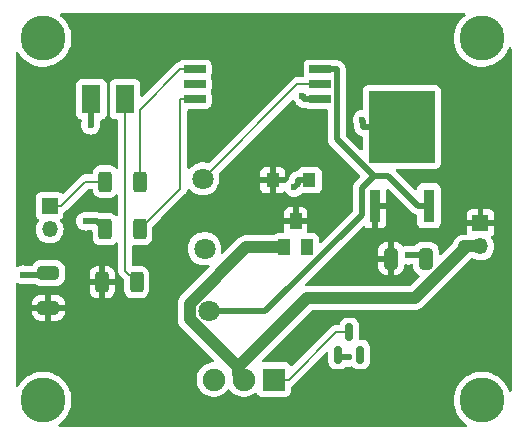
<source format=gbr>
%TF.GenerationSoftware,KiCad,Pcbnew,8.0.1*%
%TF.CreationDate,2024-11-30T20:12:54+00:00*%
%TF.ProjectId,Heating Element,48656174-696e-4672-9045-6c656d656e74,1*%
%TF.SameCoordinates,Original*%
%TF.FileFunction,Copper,L1,Top*%
%TF.FilePolarity,Positive*%
%FSLAX46Y46*%
G04 Gerber Fmt 4.6, Leading zero omitted, Abs format (unit mm)*
G04 Created by KiCad (PCBNEW 8.0.1) date 2024-11-30 20:12:54*
%MOMM*%
%LPD*%
G01*
G04 APERTURE LIST*
G04 Aperture macros list*
%AMRoundRect*
0 Rectangle with rounded corners*
0 $1 Rounding radius*
0 $2 $3 $4 $5 $6 $7 $8 $9 X,Y pos of 4 corners*
0 Add a 4 corners polygon primitive as box body*
4,1,4,$2,$3,$4,$5,$6,$7,$8,$9,$2,$3,0*
0 Add four circle primitives for the rounded corners*
1,1,$1+$1,$2,$3*
1,1,$1+$1,$4,$5*
1,1,$1+$1,$6,$7*
1,1,$1+$1,$8,$9*
0 Add four rect primitives between the rounded corners*
20,1,$1+$1,$2,$3,$4,$5,0*
20,1,$1+$1,$4,$5,$6,$7,0*
20,1,$1+$1,$6,$7,$8,$9,0*
20,1,$1+$1,$8,$9,$2,$3,0*%
G04 Aperture macros list end*
%TA.AperFunction,ComponentPad*%
%ADD10C,3.800000*%
%TD*%
%TA.AperFunction,ComponentPad*%
%ADD11C,1.800000*%
%TD*%
%TA.AperFunction,ComponentPad*%
%ADD12R,1.350000X1.350000*%
%TD*%
%TA.AperFunction,ComponentPad*%
%ADD13O,1.350000X1.350000*%
%TD*%
%TA.AperFunction,SMDPad,CuDef*%
%ADD14RoundRect,0.250000X0.650000X-0.325000X0.650000X0.325000X-0.650000X0.325000X-0.650000X-0.325000X0*%
%TD*%
%TA.AperFunction,SMDPad,CuDef*%
%ADD15R,1.600000X2.400000*%
%TD*%
%TA.AperFunction,SMDPad,CuDef*%
%ADD16RoundRect,0.250000X-0.312500X-0.625000X0.312500X-0.625000X0.312500X0.625000X-0.312500X0.625000X0*%
%TD*%
%TA.AperFunction,SMDPad,CuDef*%
%ADD17R,1.000000X1.400000*%
%TD*%
%TA.AperFunction,SMDPad,CuDef*%
%ADD18R,1.850000X0.650000*%
%TD*%
%TA.AperFunction,ComponentPad*%
%ADD19R,1.910000X1.910000*%
%TD*%
%TA.AperFunction,ComponentPad*%
%ADD20C,1.910000*%
%TD*%
%TA.AperFunction,SMDPad,CuDef*%
%ADD21R,0.970000X2.830000*%
%TD*%
%TA.AperFunction,SMDPad,CuDef*%
%ADD22R,5.630000X6.090000*%
%TD*%
%TA.AperFunction,SMDPad,CuDef*%
%ADD23RoundRect,0.250000X-0.325000X-0.650000X0.325000X-0.650000X0.325000X0.650000X-0.325000X0.650000X0*%
%TD*%
%TA.AperFunction,SMDPad,CuDef*%
%ADD24R,1.110000X1.220000*%
%TD*%
%TA.AperFunction,SMDPad,CuDef*%
%ADD25RoundRect,0.150000X0.150000X-0.587500X0.150000X0.587500X-0.150000X0.587500X-0.150000X-0.587500X0*%
%TD*%
%TA.AperFunction,ViaPad*%
%ADD26C,0.600000*%
%TD*%
%TA.AperFunction,Conductor*%
%ADD27C,0.200000*%
%TD*%
%TA.AperFunction,Conductor*%
%ADD28C,0.500000*%
%TD*%
%TA.AperFunction,Conductor*%
%ADD29C,1.000000*%
%TD*%
G04 APERTURE END LIST*
D10*
%TO.P,H4,1*%
%TO.N,N/C*%
X136175000Y-111150000D03*
%TD*%
%TO.P,H3,1*%
%TO.N,N/C*%
X99009200Y-111150000D03*
%TD*%
%TO.P,H2,1*%
%TO.N,N/C*%
X136175000Y-80517200D03*
%TD*%
%TO.P,H1,1*%
%TO.N,N/C*%
X99009200Y-80517200D03*
%TD*%
D11*
%TO.P,TP1,1,1*%
%TO.N,/VG*%
X112530000Y-92400000D03*
%TD*%
D12*
%TO.P,J1,1,Pin_1*%
%TO.N,/PWM input*%
X99560000Y-94680000D03*
D13*
%TO.P,J1,2,Pin_2*%
%TO.N,GND*%
X99560000Y-96680000D03*
%TD*%
D14*
%TO.P,C1,1*%
%TO.N,+24V*%
X99450000Y-103325000D03*
%TO.P,C1,2*%
%TO.N,GND*%
X99450000Y-100375000D03*
%TD*%
D11*
%TO.P,TP3,1,1*%
%TO.N,/+15V*%
X113050000Y-103620000D03*
%TD*%
D15*
%TO.P,D2,1*%
%TO.N,GND*%
X103105000Y-85670000D03*
%TO.P,D2,2*%
%TO.N,Net-(D2-Pad2)*%
X105955000Y-85670000D03*
%TD*%
D16*
%TO.P,R3,1*%
%TO.N,+24V*%
X104010000Y-101150000D03*
%TO.P,R3,2*%
%TO.N,Net-(D2-Pad2)*%
X106935000Y-101150000D03*
%TD*%
D17*
%TO.P,D1,1*%
%TO.N,/Vdrain*%
X119446000Y-98178800D03*
%TO.P,D1,2*%
%TO.N,unconnected-(D1-Pad2)*%
X121346000Y-98178800D03*
%TO.P,D1,3*%
%TO.N,+24V*%
X120396000Y-95978800D03*
%TD*%
D18*
%TO.P,IC1,1,ANODE*%
%TO.N,Net-(IC1-ANODE)*%
X111845000Y-83130000D03*
%TO.P,IC1,2,NC*%
%TO.N,unconnected-(IC1-NC-Pad2)*%
X111845000Y-84400000D03*
%TO.P,IC1,3,CATHODE*%
%TO.N,Net-(IC1-CATHODE)*%
X111845000Y-85670000D03*
%TO.P,IC1,4,VEE*%
%TO.N,GND*%
X122495000Y-85670000D03*
%TO.P,IC1,5,VOUT*%
%TO.N,/VG*%
X122495000Y-84400000D03*
%TO.P,IC1,6,VCC*%
%TO.N,/+15V*%
X122495000Y-83130000D03*
%TD*%
D16*
%TO.P,R1,1*%
%TO.N,/PWM input*%
X104267500Y-92630000D03*
%TO.P,R1,2*%
%TO.N,Net-(IC1-ANODE)*%
X107192500Y-92630000D03*
%TD*%
D11*
%TO.P,TP2,1,1*%
%TO.N,GND*%
X112680000Y-98310000D03*
%TD*%
D19*
%TO.P,U1,1*%
%TO.N,/VG*%
X118540000Y-109400000D03*
D20*
%TO.P,U1,2*%
%TO.N,/Vdrain*%
X116000000Y-109400000D03*
%TO.P,U1,3*%
%TO.N,GND*%
X113460000Y-109400000D03*
%TD*%
D21*
%TO.P,U2,1,IN*%
%TO.N,+24V*%
X127097600Y-94665600D03*
D22*
%TO.P,U2,2,GND*%
%TO.N,GND*%
X129387600Y-88015600D03*
D21*
%TO.P,U2,3,OUT*%
%TO.N,/+15V*%
X131677600Y-94665600D03*
%TD*%
D23*
%TO.P,C2,1*%
%TO.N,+24V*%
X128471400Y-99161600D03*
%TO.P,C2,2*%
%TO.N,GND*%
X131421400Y-99161600D03*
%TD*%
D16*
%TO.P,R2,1*%
%TO.N,GND*%
X104267500Y-96660000D03*
%TO.P,R2,2*%
%TO.N,Net-(IC1-CATHODE)*%
X107192500Y-96660000D03*
%TD*%
D24*
%TO.P,D4,1*%
%TO.N,+24V*%
X118464400Y-92506800D03*
%TO.P,D4,2*%
%TO.N,GND*%
X121564400Y-92506800D03*
%TD*%
D25*
%TO.P,D3,1,A*%
%TO.N,GND*%
X123975000Y-107275000D03*
%TO.P,D3,2,NC*%
%TO.N,unconnected-(D3-NC-Pad2)*%
X125875000Y-107275000D03*
%TO.P,D3,3,K*%
%TO.N,/VG*%
X124925000Y-105400000D03*
%TD*%
D12*
%TO.P,J2,1,Pin_1*%
%TO.N,+24V*%
X136042400Y-96129600D03*
D13*
%TO.P,J2,2,Pin_2*%
%TO.N,/Vdrain*%
X136042400Y-98129600D03*
%TD*%
D26*
%TO.N,GND*%
X129946000Y-98850700D03*
X120951000Y-85345000D03*
X97300000Y-100525000D03*
X120266000Y-93123700D03*
X124896000Y-107506000D03*
X103042000Y-87849200D03*
X102624000Y-95987200D03*
X126045000Y-87396700D03*
%TD*%
D27*
%TO.N,Net-(D2-Pad2)*%
X105955000Y-100170000D02*
X105955000Y-85670000D01*
X106935000Y-101150000D02*
X105955000Y-100170000D01*
%TO.N,/VG*%
X120530000Y-84400000D02*
X122495000Y-84400000D01*
X112530000Y-92400000D02*
X120530000Y-84400000D01*
X123797000Y-105400000D02*
X124925000Y-105400000D01*
X119797000Y-109400000D02*
X123797000Y-105400000D01*
X118540000Y-109400000D02*
X119797000Y-109400000D01*
D28*
%TO.N,/+15V*%
X123872000Y-89037200D02*
X126991000Y-92156200D01*
X123872000Y-83130000D02*
X123872000Y-89037200D01*
X122495000Y-83130000D02*
X123872000Y-83130000D01*
X125995000Y-93151900D02*
X126991000Y-92156200D01*
X125995000Y-95435200D02*
X125995000Y-93151900D01*
X117810000Y-103620000D02*
X125995000Y-95435200D01*
X113050000Y-103620000D02*
X117810000Y-103620000D01*
X130741000Y-94665600D02*
X131677600Y-94665600D01*
X128232000Y-92156200D02*
X130741000Y-94665600D01*
X126991000Y-92156200D02*
X128232000Y-92156200D01*
X131677600Y-94665600D02*
X131678000Y-94665600D01*
D27*
%TO.N,Net-(IC1-ANODE)*%
X107192000Y-86555800D02*
X107192000Y-89800000D01*
X110618000Y-83130000D02*
X107192000Y-86555800D01*
X111845000Y-83130000D02*
X110618000Y-83130000D01*
X107192000Y-89800000D02*
X107192000Y-92630000D01*
X107192500Y-89800500D02*
X107192500Y-92630000D01*
X107192000Y-89800000D02*
X107192500Y-89800500D01*
%TO.N,Net-(IC1-CATHODE)*%
X107192500Y-96660000D02*
X107192300Y-96659800D01*
X110618000Y-93234200D02*
X107192300Y-96659800D01*
X110618000Y-85670000D02*
X110618000Y-93234200D01*
X111845000Y-85670000D02*
X110618000Y-85670000D01*
X107192300Y-96659800D02*
X107192000Y-96660000D01*
%TO.N,/PWM input*%
X102587000Y-92630000D02*
X104267500Y-92630000D01*
X100537000Y-94680000D02*
X102587000Y-92630000D01*
X99560000Y-94680000D02*
X100537000Y-94680000D01*
X104267500Y-92630000D02*
X104268000Y-92630000D01*
D29*
%TO.N,/Vdrain*%
X115504000Y-108904000D02*
X116000000Y-109400000D01*
X115504000Y-108353000D02*
X115504000Y-108904000D01*
X116206000Y-98178800D02*
X119446000Y-98178800D01*
X111420000Y-102965000D02*
X116206000Y-98178800D01*
X111420000Y-104269000D02*
X111420000Y-102965000D01*
X115504000Y-108353000D02*
X111420000Y-104269000D01*
X121366000Y-102491000D02*
X115504000Y-108353000D01*
X130477000Y-102491000D02*
X121366000Y-102491000D01*
X134666000Y-98301700D02*
X130477000Y-102491000D01*
X134666000Y-98129600D02*
X134666000Y-98301700D01*
X136042000Y-98129600D02*
X134666000Y-98129600D01*
X136042000Y-98129600D02*
X136042400Y-98129600D01*
D28*
%TO.N,GND*%
X103105000Y-87786000D02*
X103105000Y-85670000D01*
X103042000Y-87849200D02*
X103105000Y-87786000D01*
X121118000Y-85512000D02*
X120951000Y-85345000D01*
X121118000Y-85670000D02*
X121118000Y-85512000D01*
X122495000Y-85670000D02*
X121118000Y-85670000D01*
X98705800Y-100525000D02*
X98755400Y-100475000D01*
X124206000Y-107506000D02*
X123975000Y-107275000D01*
X124896000Y-107506000D02*
X124206000Y-107506000D01*
X97300000Y-100525000D02*
X98705800Y-100525000D01*
X99300000Y-100525000D02*
X99450000Y-100375000D01*
X98705800Y-100525000D02*
X99300000Y-100525000D01*
X126121000Y-88015600D02*
X129387600Y-88015600D01*
X126121000Y-87472800D02*
X126121000Y-88015600D01*
X126045000Y-87396700D02*
X126121000Y-87472800D01*
X129387600Y-88015600D02*
X129388000Y-88015600D01*
X120558000Y-92506800D02*
X121564000Y-92506800D01*
X120558000Y-92832500D02*
X120558000Y-92506800D01*
X120266000Y-93123700D02*
X120558000Y-92832500D01*
X121564000Y-92506800D02*
X121564400Y-92506800D01*
X103595000Y-95987200D02*
X103931500Y-96323600D01*
X102624000Y-95987200D02*
X103595000Y-95987200D01*
X103931500Y-96323600D02*
X104268000Y-96660000D01*
X104267500Y-96659600D02*
X104267500Y-96660000D01*
X103931500Y-96323600D02*
X104267500Y-96659600D01*
X131110000Y-98850700D02*
X131421000Y-99161600D01*
X129946000Y-98850700D02*
X131110000Y-98850700D01*
%TD*%
%TA.AperFunction,Conductor*%
%TO.N,+24V*%
G36*
X134724228Y-78395185D02*
G01*
X134769983Y-78447989D01*
X134779927Y-78517147D01*
X134750902Y-78580703D01*
X134730074Y-78599818D01*
X134641846Y-78663919D01*
X134641836Y-78663927D01*
X134421652Y-78870694D01*
X134229111Y-79103436D01*
X134067268Y-79358461D01*
X134067265Y-79358467D01*
X133938661Y-79631763D01*
X133938659Y-79631768D01*
X133845320Y-79919035D01*
X133788719Y-80215746D01*
X133788718Y-80215753D01*
X133769754Y-80517194D01*
X133769754Y-80517205D01*
X133788718Y-80818646D01*
X133788719Y-80818653D01*
X133845320Y-81115364D01*
X133938659Y-81402631D01*
X133938661Y-81402636D01*
X134067265Y-81675932D01*
X134067268Y-81675938D01*
X134229111Y-81930963D01*
X134229114Y-81930967D01*
X134229115Y-81930968D01*
X134421651Y-82163704D01*
X134635296Y-82364331D01*
X134641836Y-82370472D01*
X134641846Y-82370480D01*
X134886193Y-82548008D01*
X134886198Y-82548010D01*
X134886205Y-82548016D01*
X135150896Y-82693532D01*
X135150901Y-82693534D01*
X135150903Y-82693535D01*
X135150904Y-82693536D01*
X135431734Y-82804724D01*
X135431737Y-82804725D01*
X135529259Y-82829764D01*
X135724302Y-82879842D01*
X135871039Y-82898379D01*
X136023963Y-82917699D01*
X136023969Y-82917699D01*
X136023973Y-82917700D01*
X136023975Y-82917700D01*
X136326025Y-82917700D01*
X136326027Y-82917700D01*
X136326032Y-82917699D01*
X136326036Y-82917699D01*
X136405591Y-82907648D01*
X136625698Y-82879842D01*
X136918262Y-82804725D01*
X136918265Y-82804724D01*
X137199095Y-82693536D01*
X137199096Y-82693535D01*
X137199094Y-82693535D01*
X137199104Y-82693532D01*
X137463795Y-82548016D01*
X137708162Y-82370474D01*
X137928349Y-82163704D01*
X138120885Y-81930968D01*
X138282733Y-81675936D01*
X138411341Y-81402630D01*
X138432569Y-81337296D01*
X138472006Y-81279622D01*
X138536365Y-81252423D01*
X138605211Y-81264338D01*
X138656687Y-81311582D01*
X138674500Y-81375615D01*
X138674500Y-110291584D01*
X138654815Y-110358623D01*
X138602011Y-110404378D01*
X138532853Y-110414322D01*
X138469297Y-110385297D01*
X138432569Y-110329902D01*
X138420118Y-110291584D01*
X138411341Y-110264570D01*
X138391007Y-110221359D01*
X138342017Y-110117249D01*
X138282733Y-109991264D01*
X138252101Y-109942996D01*
X138120888Y-109736236D01*
X138041596Y-109640388D01*
X137928349Y-109503496D01*
X137708162Y-109296726D01*
X137708159Y-109296724D01*
X137708153Y-109296719D01*
X137463806Y-109119191D01*
X137463799Y-109119186D01*
X137463795Y-109119184D01*
X137199104Y-108973668D01*
X137199101Y-108973666D01*
X137199096Y-108973664D01*
X137199095Y-108973663D01*
X136918265Y-108862475D01*
X136918262Y-108862474D01*
X136625695Y-108787357D01*
X136326036Y-108749500D01*
X136326027Y-108749500D01*
X136023973Y-108749500D01*
X136023963Y-108749500D01*
X135724304Y-108787357D01*
X135431737Y-108862474D01*
X135431734Y-108862475D01*
X135150904Y-108973663D01*
X135150903Y-108973664D01*
X134886205Y-109119184D01*
X134886193Y-109119191D01*
X134641846Y-109296719D01*
X134641836Y-109296727D01*
X134421652Y-109503494D01*
X134229111Y-109736236D01*
X134067268Y-109991261D01*
X134067265Y-109991267D01*
X133938661Y-110264563D01*
X133938659Y-110264568D01*
X133845320Y-110551835D01*
X133788719Y-110848546D01*
X133788718Y-110848553D01*
X133769754Y-111149994D01*
X133769754Y-111150005D01*
X133788718Y-111451446D01*
X133788719Y-111451453D01*
X133845320Y-111748164D01*
X133938659Y-112035431D01*
X133938661Y-112035436D01*
X134067265Y-112308732D01*
X134067268Y-112308738D01*
X134229111Y-112563763D01*
X134421652Y-112796505D01*
X134641836Y-113003272D01*
X134641846Y-113003280D01*
X134844039Y-113150182D01*
X134886705Y-113205512D01*
X134892684Y-113275125D01*
X134860078Y-113336920D01*
X134799240Y-113371277D01*
X134771154Y-113374500D01*
X100413046Y-113374500D01*
X100346007Y-113354815D01*
X100300252Y-113302011D01*
X100290308Y-113232853D01*
X100319333Y-113169297D01*
X100340161Y-113150182D01*
X100480288Y-113048372D01*
X100542362Y-113003274D01*
X100762549Y-112796504D01*
X100955085Y-112563768D01*
X101116933Y-112308736D01*
X101245541Y-112035430D01*
X101338881Y-111748160D01*
X101395480Y-111451457D01*
X101414446Y-111150000D01*
X101395514Y-110849091D01*
X101395481Y-110848553D01*
X101395480Y-110848546D01*
X101395480Y-110848543D01*
X101338881Y-110551840D01*
X101245541Y-110264570D01*
X101225207Y-110221359D01*
X101176217Y-110117249D01*
X101116933Y-109991264D01*
X101086301Y-109942996D01*
X100955088Y-109736236D01*
X100875796Y-109640388D01*
X100762549Y-109503496D01*
X100542362Y-109296726D01*
X100542359Y-109296724D01*
X100542353Y-109296719D01*
X100298006Y-109119191D01*
X100297999Y-109119186D01*
X100297995Y-109119184D01*
X100033304Y-108973668D01*
X100033301Y-108973666D01*
X100033296Y-108973664D01*
X100033295Y-108973663D01*
X99752465Y-108862475D01*
X99752462Y-108862474D01*
X99459895Y-108787357D01*
X99160236Y-108749500D01*
X99160227Y-108749500D01*
X98858173Y-108749500D01*
X98858163Y-108749500D01*
X98558504Y-108787357D01*
X98265937Y-108862474D01*
X98265934Y-108862475D01*
X97985104Y-108973663D01*
X97985103Y-108973664D01*
X97720405Y-109119184D01*
X97720393Y-109119191D01*
X97476046Y-109296719D01*
X97476036Y-109296727D01*
X97255852Y-109503494D01*
X97063311Y-109736236D01*
X96904197Y-109986962D01*
X96851655Y-110033018D01*
X96782555Y-110043357D01*
X96718834Y-110014695D01*
X96680724Y-109956134D01*
X96675500Y-109920520D01*
X96675500Y-103575000D01*
X98050001Y-103575000D01*
X98050001Y-103699986D01*
X98060494Y-103802697D01*
X98115641Y-103969119D01*
X98115643Y-103969124D01*
X98207684Y-104118345D01*
X98331654Y-104242315D01*
X98480875Y-104334356D01*
X98480880Y-104334358D01*
X98647302Y-104389505D01*
X98647309Y-104389506D01*
X98750019Y-104399999D01*
X99199999Y-104399999D01*
X99200000Y-104399998D01*
X99200000Y-103575000D01*
X99700000Y-103575000D01*
X99700000Y-104399999D01*
X100149972Y-104399999D01*
X100149986Y-104399998D01*
X100252697Y-104389505D01*
X100419119Y-104334358D01*
X100419124Y-104334356D01*
X100568345Y-104242315D01*
X100692315Y-104118345D01*
X100784356Y-103969124D01*
X100784358Y-103969119D01*
X100839505Y-103802697D01*
X100839506Y-103802690D01*
X100849999Y-103699986D01*
X100850000Y-103699973D01*
X100850000Y-103575000D01*
X99700000Y-103575000D01*
X99200000Y-103575000D01*
X98050001Y-103575000D01*
X96675500Y-103575000D01*
X96675500Y-103075000D01*
X98050000Y-103075000D01*
X99200000Y-103075000D01*
X99200000Y-102250000D01*
X99700000Y-102250000D01*
X99700000Y-103075000D01*
X100849999Y-103075000D01*
X100849999Y-102950028D01*
X100849998Y-102950013D01*
X100839505Y-102847302D01*
X100784358Y-102680880D01*
X100784356Y-102680875D01*
X100692315Y-102531654D01*
X100568345Y-102407684D01*
X100419124Y-102315643D01*
X100419119Y-102315641D01*
X100252697Y-102260494D01*
X100252690Y-102260493D01*
X100149986Y-102250000D01*
X99700000Y-102250000D01*
X99200000Y-102250000D01*
X98750028Y-102250000D01*
X98750012Y-102250001D01*
X98647302Y-102260494D01*
X98480880Y-102315641D01*
X98480875Y-102315643D01*
X98331654Y-102407684D01*
X98207684Y-102531654D01*
X98115643Y-102680875D01*
X98115641Y-102680880D01*
X98060494Y-102847302D01*
X98060493Y-102847309D01*
X98050000Y-102950013D01*
X98050000Y-103075000D01*
X96675500Y-103075000D01*
X96675500Y-101302370D01*
X96695185Y-101235331D01*
X96747989Y-101189576D01*
X96817147Y-101179632D01*
X96865471Y-101197375D01*
X96950478Y-101250789D01*
X97097888Y-101302370D01*
X97120745Y-101310368D01*
X97120750Y-101310369D01*
X97299996Y-101330565D01*
X97300000Y-101330565D01*
X97300004Y-101330565D01*
X97479249Y-101310369D01*
X97479252Y-101310368D01*
X97479255Y-101310368D01*
X97559017Y-101282457D01*
X97599972Y-101275500D01*
X98268273Y-101275500D01*
X98333368Y-101293960D01*
X98480666Y-101384814D01*
X98647203Y-101439999D01*
X98749991Y-101450500D01*
X100150008Y-101450499D01*
X100252797Y-101439999D01*
X100373506Y-101400000D01*
X102947501Y-101400000D01*
X102947501Y-101824986D01*
X102957994Y-101927697D01*
X103013141Y-102094119D01*
X103013143Y-102094124D01*
X103105184Y-102243345D01*
X103229154Y-102367315D01*
X103378375Y-102459356D01*
X103378380Y-102459358D01*
X103544802Y-102514505D01*
X103544809Y-102514506D01*
X103647519Y-102524999D01*
X103759999Y-102524999D01*
X103760000Y-102524998D01*
X103760000Y-101400000D01*
X104260000Y-101400000D01*
X104260000Y-102524999D01*
X104372472Y-102524999D01*
X104372486Y-102524998D01*
X104475197Y-102514505D01*
X104641619Y-102459358D01*
X104641624Y-102459356D01*
X104790845Y-102367315D01*
X104914815Y-102243345D01*
X105006856Y-102094124D01*
X105006858Y-102094119D01*
X105062005Y-101927697D01*
X105062006Y-101927690D01*
X105072499Y-101824986D01*
X105072500Y-101824973D01*
X105072500Y-101400000D01*
X104260000Y-101400000D01*
X103760000Y-101400000D01*
X102947501Y-101400000D01*
X100373506Y-101400000D01*
X100419334Y-101384814D01*
X100568656Y-101292712D01*
X100692712Y-101168656D01*
X100784814Y-101019334D01*
X100824357Y-100900000D01*
X102947500Y-100900000D01*
X103760000Y-100900000D01*
X103760000Y-99775000D01*
X104260000Y-99775000D01*
X104260000Y-100900000D01*
X105072499Y-100900000D01*
X105072499Y-100475028D01*
X105072498Y-100475013D01*
X105062005Y-100372302D01*
X105006858Y-100205880D01*
X105006856Y-100205875D01*
X104914815Y-100056654D01*
X104790845Y-99932684D01*
X104641624Y-99840643D01*
X104641619Y-99840641D01*
X104475197Y-99785494D01*
X104475190Y-99785493D01*
X104372486Y-99775000D01*
X104260000Y-99775000D01*
X103760000Y-99775000D01*
X103647527Y-99775000D01*
X103647512Y-99775001D01*
X103544802Y-99785494D01*
X103378380Y-99840641D01*
X103378375Y-99840643D01*
X103229154Y-99932684D01*
X103105184Y-100056654D01*
X103013143Y-100205875D01*
X103013141Y-100205880D01*
X102957994Y-100372302D01*
X102957993Y-100372309D01*
X102947500Y-100475013D01*
X102947500Y-100900000D01*
X100824357Y-100900000D01*
X100839999Y-100852797D01*
X100850500Y-100750009D01*
X100850499Y-99999992D01*
X100839999Y-99897203D01*
X100784814Y-99730666D01*
X100692712Y-99581344D01*
X100568656Y-99457288D01*
X100442215Y-99379299D01*
X100419336Y-99365187D01*
X100419331Y-99365185D01*
X100382444Y-99352962D01*
X100252797Y-99310001D01*
X100252795Y-99310000D01*
X100150010Y-99299500D01*
X98749998Y-99299500D01*
X98749981Y-99299501D01*
X98647203Y-99310000D01*
X98647200Y-99310001D01*
X98480668Y-99365185D01*
X98480663Y-99365187D01*
X98331342Y-99457289D01*
X98207289Y-99581342D01*
X98195041Y-99601200D01*
X98127625Y-99710500D01*
X98124481Y-99715597D01*
X98072533Y-99762321D01*
X98018942Y-99774500D01*
X97599972Y-99774500D01*
X97559017Y-99767542D01*
X97479254Y-99739631D01*
X97479249Y-99739630D01*
X97300004Y-99719435D01*
X97299996Y-99719435D01*
X97120750Y-99739630D01*
X97120745Y-99739631D01*
X96950476Y-99799211D01*
X96865472Y-99852623D01*
X96798235Y-99871623D01*
X96731400Y-99851255D01*
X96686186Y-99797987D01*
X96675500Y-99747629D01*
X96675500Y-96680000D01*
X98379464Y-96680000D01*
X98399564Y-96896918D01*
X98399564Y-96896920D01*
X98399565Y-96896923D01*
X98438853Y-97035006D01*
X98459184Y-97106462D01*
X98535266Y-97259254D01*
X98556288Y-97301472D01*
X98687573Y-97475322D01*
X98848568Y-97622088D01*
X98848575Y-97622092D01*
X98848576Y-97622093D01*
X99033786Y-97736770D01*
X99033792Y-97736773D01*
X99056664Y-97745633D01*
X99236931Y-97815470D01*
X99451074Y-97855500D01*
X99451076Y-97855500D01*
X99668924Y-97855500D01*
X99668926Y-97855500D01*
X99883069Y-97815470D01*
X100086210Y-97736772D01*
X100271432Y-97622088D01*
X100432427Y-97475322D01*
X100563712Y-97301472D01*
X100660817Y-97106459D01*
X100720435Y-96896923D01*
X100740536Y-96680000D01*
X100720435Y-96463077D01*
X100660817Y-96253541D01*
X100563712Y-96058528D01*
X100482251Y-95950656D01*
X100457560Y-95885297D01*
X100472125Y-95816962D01*
X100506895Y-95776665D01*
X100588378Y-95715666D01*
X100592546Y-95712546D01*
X100678796Y-95597331D01*
X100729091Y-95462483D01*
X100735500Y-95402873D01*
X100735499Y-95330385D01*
X100755183Y-95263347D01*
X100797499Y-95222998D01*
X100834161Y-95201832D01*
X100905716Y-95160520D01*
X101017520Y-95048716D01*
X101017520Y-95048714D01*
X101027724Y-95038511D01*
X101027727Y-95038506D01*
X102799417Y-93266819D01*
X102860740Y-93233334D01*
X102887098Y-93230500D01*
X103084911Y-93230500D01*
X103151950Y-93250185D01*
X103197705Y-93302989D01*
X103208269Y-93341898D01*
X103215001Y-93407797D01*
X103215001Y-93407799D01*
X103270185Y-93574331D01*
X103270187Y-93574336D01*
X103288878Y-93604639D01*
X103362288Y-93723656D01*
X103486344Y-93847712D01*
X103635666Y-93939814D01*
X103802203Y-93994999D01*
X103904991Y-94005500D01*
X104630008Y-94005499D01*
X104630016Y-94005498D01*
X104630019Y-94005498D01*
X104712934Y-93997028D01*
X104732797Y-93994999D01*
X104899334Y-93939814D01*
X105048656Y-93847712D01*
X105142819Y-93753549D01*
X105204142Y-93720064D01*
X105273834Y-93725048D01*
X105329767Y-93766920D01*
X105354184Y-93832384D01*
X105354500Y-93841230D01*
X105354500Y-95448770D01*
X105334815Y-95515809D01*
X105282011Y-95561564D01*
X105212853Y-95571508D01*
X105149297Y-95542483D01*
X105142819Y-95536451D01*
X105048657Y-95442289D01*
X105048656Y-95442288D01*
X104917338Y-95361291D01*
X104899336Y-95350187D01*
X104899331Y-95350185D01*
X104890383Y-95347220D01*
X104732797Y-95295001D01*
X104732795Y-95295000D01*
X104630010Y-95284500D01*
X103905001Y-95284500D01*
X103904966Y-95284502D01*
X103899770Y-95285033D01*
X103839733Y-95276236D01*
X103813901Y-95265537D01*
X103813817Y-95265511D01*
X103740547Y-95250948D01*
X103740547Y-95250945D01*
X103740528Y-95250944D01*
X103668916Y-95236699D01*
X103668812Y-95236688D01*
X103594901Y-95236699D01*
X103594889Y-95236700D01*
X102923972Y-95236700D01*
X102883017Y-95229742D01*
X102803254Y-95201831D01*
X102803249Y-95201830D01*
X102624004Y-95181635D01*
X102623996Y-95181635D01*
X102444750Y-95201830D01*
X102444745Y-95201831D01*
X102274476Y-95261411D01*
X102121737Y-95357384D01*
X101994184Y-95484937D01*
X101898211Y-95637676D01*
X101838631Y-95807945D01*
X101838630Y-95807950D01*
X101818435Y-95987196D01*
X101818435Y-95987203D01*
X101838630Y-96166449D01*
X101838631Y-96166454D01*
X101898211Y-96336723D01*
X101966783Y-96445854D01*
X101994184Y-96489462D01*
X102121738Y-96617016D01*
X102274478Y-96712989D01*
X102444745Y-96772568D01*
X102444750Y-96772569D01*
X102623996Y-96792765D01*
X102624000Y-96792765D01*
X102624004Y-96792765D01*
X102803249Y-96772569D01*
X102803252Y-96772568D01*
X102803255Y-96772568D01*
X102883017Y-96744657D01*
X102923972Y-96737700D01*
X103080501Y-96737700D01*
X103147540Y-96757385D01*
X103193295Y-96810189D01*
X103204501Y-96861700D01*
X103204501Y-97335018D01*
X103215000Y-97437796D01*
X103215001Y-97437798D01*
X103227436Y-97475323D01*
X103270186Y-97604334D01*
X103362288Y-97753656D01*
X103486344Y-97877712D01*
X103635666Y-97969814D01*
X103802203Y-98024999D01*
X103904991Y-98035500D01*
X104630008Y-98035499D01*
X104630016Y-98035498D01*
X104630019Y-98035498D01*
X104712934Y-98027028D01*
X104732797Y-98024999D01*
X104899334Y-97969814D01*
X105048656Y-97877712D01*
X105142819Y-97783549D01*
X105204142Y-97750064D01*
X105273834Y-97755048D01*
X105329767Y-97796920D01*
X105354184Y-97862384D01*
X105354500Y-97871230D01*
X105354500Y-100083330D01*
X105354499Y-100083348D01*
X105354499Y-100249054D01*
X105354498Y-100249054D01*
X105362859Y-100280256D01*
X105395423Y-100401785D01*
X105422635Y-100448917D01*
X105437710Y-100475028D01*
X105474479Y-100538714D01*
X105474481Y-100538717D01*
X105593349Y-100657585D01*
X105593355Y-100657590D01*
X105835681Y-100899916D01*
X105869166Y-100961239D01*
X105872000Y-100987597D01*
X105872000Y-101825001D01*
X105872001Y-101825019D01*
X105882500Y-101927796D01*
X105882501Y-101927799D01*
X105937615Y-102094119D01*
X105937686Y-102094334D01*
X106029788Y-102243656D01*
X106153844Y-102367712D01*
X106303166Y-102459814D01*
X106469703Y-102514999D01*
X106572491Y-102525500D01*
X107297508Y-102525499D01*
X107297516Y-102525498D01*
X107297519Y-102525498D01*
X107353802Y-102519748D01*
X107400297Y-102514999D01*
X107566834Y-102459814D01*
X107716156Y-102367712D01*
X107840212Y-102243656D01*
X107932314Y-102094334D01*
X107987499Y-101927797D01*
X107998000Y-101825009D01*
X107997999Y-100474992D01*
X107995335Y-100448917D01*
X107987499Y-100372203D01*
X107987498Y-100372200D01*
X107957031Y-100280257D01*
X107932314Y-100205666D01*
X107840212Y-100056344D01*
X107716156Y-99932288D01*
X107566834Y-99840186D01*
X107400297Y-99785001D01*
X107400295Y-99785000D01*
X107297516Y-99774500D01*
X106679500Y-99774500D01*
X106612461Y-99754815D01*
X106566706Y-99702011D01*
X106555500Y-99650500D01*
X106555500Y-98139822D01*
X106575185Y-98072783D01*
X106627989Y-98027028D01*
X106697147Y-98017084D01*
X106718499Y-98022114D01*
X106727203Y-98024999D01*
X106829991Y-98035500D01*
X107555008Y-98035499D01*
X107555016Y-98035498D01*
X107555019Y-98035498D01*
X107637934Y-98027028D01*
X107657797Y-98024999D01*
X107824334Y-97969814D01*
X107973656Y-97877712D01*
X108097712Y-97753656D01*
X108189814Y-97604334D01*
X108244999Y-97437797D01*
X108255500Y-97335009D01*
X108255499Y-96497217D01*
X108275183Y-96430179D01*
X108291819Y-96409535D01*
X108472559Y-96228800D01*
X108972574Y-95728800D01*
X119396000Y-95728800D01*
X120146000Y-95728800D01*
X120146000Y-94778800D01*
X120646000Y-94778800D01*
X120646000Y-95728800D01*
X121396000Y-95728800D01*
X121396000Y-95230972D01*
X121395999Y-95230955D01*
X121389598Y-95171427D01*
X121389596Y-95171420D01*
X121339354Y-95036713D01*
X121339350Y-95036706D01*
X121253190Y-94921612D01*
X121253187Y-94921609D01*
X121138093Y-94835449D01*
X121138086Y-94835445D01*
X121003379Y-94785203D01*
X121003372Y-94785201D01*
X120943844Y-94778800D01*
X120646000Y-94778800D01*
X120146000Y-94778800D01*
X119848155Y-94778800D01*
X119788627Y-94785201D01*
X119788620Y-94785203D01*
X119653913Y-94835445D01*
X119653906Y-94835449D01*
X119538812Y-94921609D01*
X119538809Y-94921612D01*
X119452649Y-95036706D01*
X119452645Y-95036713D01*
X119402403Y-95171420D01*
X119402401Y-95171427D01*
X119396000Y-95230955D01*
X119396000Y-95728800D01*
X108972574Y-95728800D01*
X110979646Y-93721786D01*
X110979660Y-93721775D01*
X110986714Y-93714720D01*
X110986716Y-93714720D01*
X111075474Y-93625962D01*
X111093672Y-93607764D01*
X111097163Y-93604639D01*
X111098169Y-93603555D01*
X111099532Y-93601275D01*
X111103613Y-93594673D01*
X111104790Y-93592056D01*
X111135780Y-93538379D01*
X111135784Y-93538372D01*
X111172590Y-93474624D01*
X111177039Y-93468177D01*
X111178807Y-93462319D01*
X111179005Y-93461727D01*
X111179783Y-93457751D01*
X111186169Y-93433918D01*
X111187695Y-93428223D01*
X111216220Y-93321774D01*
X111252585Y-93262116D01*
X111315433Y-93231588D01*
X111384808Y-93239885D01*
X111427219Y-93269886D01*
X111578216Y-93433913D01*
X111578219Y-93433915D01*
X111578222Y-93433918D01*
X111761365Y-93576464D01*
X111761371Y-93576468D01*
X111761374Y-93576470D01*
X111965497Y-93686936D01*
X112046429Y-93714720D01*
X112185015Y-93762297D01*
X112185017Y-93762297D01*
X112185019Y-93762298D01*
X112413951Y-93800500D01*
X112413952Y-93800500D01*
X112646048Y-93800500D01*
X112646049Y-93800500D01*
X112874981Y-93762298D01*
X113094503Y-93686936D01*
X113298626Y-93576470D01*
X113301371Y-93574334D01*
X113430293Y-93473990D01*
X113481784Y-93433913D01*
X113638979Y-93263153D01*
X113765924Y-93068849D01*
X113859157Y-92856300D01*
X113884354Y-92756800D01*
X117409400Y-92756800D01*
X117409400Y-93164644D01*
X117415801Y-93224172D01*
X117415803Y-93224179D01*
X117466045Y-93358886D01*
X117466049Y-93358893D01*
X117552209Y-93473987D01*
X117552212Y-93473990D01*
X117667306Y-93560150D01*
X117667313Y-93560154D01*
X117802020Y-93610396D01*
X117802027Y-93610398D01*
X117861555Y-93616799D01*
X117861572Y-93616800D01*
X118214400Y-93616800D01*
X118714400Y-93616800D01*
X119067228Y-93616800D01*
X119067244Y-93616799D01*
X119126772Y-93610398D01*
X119126779Y-93610396D01*
X119261486Y-93560154D01*
X119261489Y-93560152D01*
X119380477Y-93471077D01*
X119445941Y-93446659D01*
X119514214Y-93461510D01*
X119559783Y-93504371D01*
X119595493Y-93561203D01*
X119636184Y-93625962D01*
X119763738Y-93753516D01*
X119838513Y-93800500D01*
X119913646Y-93847710D01*
X119916478Y-93849489D01*
X120053734Y-93897517D01*
X120086745Y-93909068D01*
X120086750Y-93909069D01*
X120265996Y-93929265D01*
X120266000Y-93929265D01*
X120266004Y-93929265D01*
X120445249Y-93909069D01*
X120445252Y-93909068D01*
X120445255Y-93909068D01*
X120615522Y-93849489D01*
X120768262Y-93753516D01*
X120868282Y-93653495D01*
X120929601Y-93620013D01*
X120958206Y-93617714D01*
X120958206Y-93617300D01*
X120961526Y-93617299D01*
X120961527Y-93617300D01*
X122167272Y-93617299D01*
X122226883Y-93610891D01*
X122361731Y-93560596D01*
X122476946Y-93474346D01*
X122563196Y-93359131D01*
X122613491Y-93224283D01*
X122619900Y-93164673D01*
X122619899Y-91848928D01*
X122613491Y-91789317D01*
X122611934Y-91785143D01*
X122563197Y-91654471D01*
X122563193Y-91654464D01*
X122476947Y-91539255D01*
X122476944Y-91539252D01*
X122361735Y-91453006D01*
X122361728Y-91453002D01*
X122226882Y-91402708D01*
X122226883Y-91402708D01*
X122167283Y-91396301D01*
X122167281Y-91396300D01*
X122167273Y-91396300D01*
X122167264Y-91396300D01*
X120961529Y-91396300D01*
X120961523Y-91396301D01*
X120901916Y-91402708D01*
X120767071Y-91453002D01*
X120767064Y-91453006D01*
X120651855Y-91539252D01*
X120651852Y-91539255D01*
X120565606Y-91654464D01*
X120565601Y-91654474D01*
X120555277Y-91682153D01*
X120513405Y-91738086D01*
X120463289Y-91760435D01*
X120339091Y-91785140D01*
X120339082Y-91785143D01*
X120202511Y-91841712D01*
X120202498Y-91841719D01*
X120079584Y-91923848D01*
X120079580Y-91923851D01*
X119975051Y-92028380D01*
X119975048Y-92028384D01*
X119892919Y-92151298D01*
X119892912Y-92151311D01*
X119836343Y-92287882D01*
X119836340Y-92287891D01*
X119810175Y-92419428D01*
X119777789Y-92481338D01*
X119765883Y-92492172D01*
X119763742Y-92493879D01*
X119636184Y-92621437D01*
X119587592Y-92698772D01*
X119535257Y-92745063D01*
X119482598Y-92756800D01*
X118714400Y-92756800D01*
X118714400Y-93616800D01*
X118214400Y-93616800D01*
X118214400Y-92756800D01*
X117409400Y-92756800D01*
X113884354Y-92756800D01*
X113916134Y-92631305D01*
X113917053Y-92620213D01*
X113935300Y-92400006D01*
X113935300Y-92399993D01*
X113923435Y-92256800D01*
X117409400Y-92256800D01*
X118214400Y-92256800D01*
X118214400Y-91396800D01*
X118714400Y-91396800D01*
X118714400Y-92256800D01*
X119519400Y-92256800D01*
X119519400Y-91848972D01*
X119519399Y-91848955D01*
X119512998Y-91789427D01*
X119512996Y-91789420D01*
X119462754Y-91654713D01*
X119462750Y-91654706D01*
X119376590Y-91539612D01*
X119376587Y-91539609D01*
X119261493Y-91453449D01*
X119261486Y-91453445D01*
X119126779Y-91403203D01*
X119126772Y-91403201D01*
X119067244Y-91396800D01*
X118714400Y-91396800D01*
X118214400Y-91396800D01*
X117861555Y-91396800D01*
X117802027Y-91403201D01*
X117802020Y-91403203D01*
X117667313Y-91453445D01*
X117667306Y-91453449D01*
X117552212Y-91539609D01*
X117552209Y-91539612D01*
X117466049Y-91654706D01*
X117466045Y-91654713D01*
X117415803Y-91789420D01*
X117415801Y-91789427D01*
X117409400Y-91848955D01*
X117409400Y-92256800D01*
X113923435Y-92256800D01*
X113916135Y-92168702D01*
X113916131Y-92168682D01*
X113871680Y-91993151D01*
X113874304Y-91923331D01*
X113904202Y-91875031D01*
X120061048Y-85718185D01*
X120122369Y-85684702D01*
X120192061Y-85689686D01*
X120247994Y-85731558D01*
X120253720Y-85739896D01*
X120321179Y-85847256D01*
X120321184Y-85847262D01*
X120402592Y-85928670D01*
X120429472Y-85968897D01*
X120452916Y-86025495D01*
X120452919Y-86025501D01*
X120535048Y-86148415D01*
X120535051Y-86148419D01*
X120639580Y-86252948D01*
X120639584Y-86252951D01*
X120762498Y-86335080D01*
X120762511Y-86335087D01*
X120804664Y-86352547D01*
X120899087Y-86391658D01*
X120899091Y-86391658D01*
X120899092Y-86391659D01*
X121044079Y-86420500D01*
X121044082Y-86420500D01*
X121262513Y-86420500D01*
X121321942Y-86435669D01*
X121327669Y-86438796D01*
X121462517Y-86489091D01*
X121462516Y-86489091D01*
X121469444Y-86489835D01*
X121522127Y-86495500D01*
X122997500Y-86495499D01*
X123064539Y-86515184D01*
X123110294Y-86567987D01*
X123121500Y-86619499D01*
X123121500Y-89111118D01*
X123121500Y-89111120D01*
X123121499Y-89111120D01*
X123150340Y-89256107D01*
X123150343Y-89256117D01*
X123206914Y-89392692D01*
X123239812Y-89441927D01*
X123239813Y-89441930D01*
X123289046Y-89515614D01*
X123289052Y-89515621D01*
X125841857Y-92068424D01*
X125875342Y-92129747D01*
X125870358Y-92199439D01*
X125841844Y-92243799D01*
X125520559Y-92564988D01*
X125520394Y-92565139D01*
X125465330Y-92620202D01*
X125465320Y-92620212D01*
X125412078Y-92673439D01*
X125371982Y-92733446D01*
X125371974Y-92733458D01*
X125329947Y-92796336D01*
X125329934Y-92796361D01*
X125329916Y-92796405D01*
X125302835Y-92861785D01*
X125302835Y-92861786D01*
X125273368Y-92932894D01*
X125273344Y-92932975D01*
X125258840Y-93005890D01*
X125258837Y-93005909D01*
X125244500Y-93077926D01*
X125244500Y-93151806D01*
X125244488Y-93231692D01*
X125244500Y-93231935D01*
X125244500Y-95072964D01*
X125224815Y-95140003D01*
X125208180Y-95160646D01*
X122558179Y-97810581D01*
X122496856Y-97844066D01*
X122427164Y-97839080D01*
X122371231Y-97797208D01*
X122346815Y-97731744D01*
X122346499Y-97722899D01*
X122346499Y-97430929D01*
X122346498Y-97430923D01*
X122343352Y-97401658D01*
X122340091Y-97371317D01*
X122333058Y-97352461D01*
X122289797Y-97236471D01*
X122289793Y-97236464D01*
X122203547Y-97121255D01*
X122203544Y-97121252D01*
X122088335Y-97035006D01*
X122088328Y-97035002D01*
X121953482Y-96984708D01*
X121953483Y-96984708D01*
X121893883Y-96978301D01*
X121893881Y-96978300D01*
X121893873Y-96978300D01*
X121893865Y-96978300D01*
X121496534Y-96978300D01*
X121429495Y-96958615D01*
X121383740Y-96905811D01*
X121373796Y-96836653D01*
X121380352Y-96810968D01*
X121389596Y-96786182D01*
X121389598Y-96786172D01*
X121395999Y-96726644D01*
X121396000Y-96726627D01*
X121396000Y-96228800D01*
X119396000Y-96228800D01*
X119396000Y-96726644D01*
X119402401Y-96786172D01*
X119402403Y-96786182D01*
X119411648Y-96810968D01*
X119416632Y-96880659D01*
X119383146Y-96941982D01*
X119321823Y-96975466D01*
X119295466Y-96978300D01*
X118898129Y-96978300D01*
X118898123Y-96978301D01*
X118838516Y-96984708D01*
X118703671Y-97035002D01*
X118703664Y-97035006D01*
X118588457Y-97121251D01*
X118588451Y-97121257D01*
X118582948Y-97128609D01*
X118527015Y-97170481D01*
X118483680Y-97178300D01*
X116310672Y-97178300D01*
X116310611Y-97178297D01*
X116304520Y-97178297D01*
X116156733Y-97178299D01*
X116156708Y-97178300D01*
X116107440Y-97178300D01*
X116107437Y-97178301D01*
X115963517Y-97206932D01*
X115963515Y-97206932D01*
X115914227Y-97216735D01*
X115914228Y-97216736D01*
X115914171Y-97216747D01*
X115914170Y-97216747D01*
X115914148Y-97216753D01*
X115914135Y-97216757D01*
X115811547Y-97259254D01*
X115811544Y-97259255D01*
X115732098Y-97292162D01*
X115732063Y-97292180D01*
X115682744Y-97325137D01*
X115682742Y-97325138D01*
X115568220Y-97401658D01*
X115568195Y-97401681D01*
X115532080Y-97437798D01*
X115532079Y-97437799D01*
X115425454Y-97544423D01*
X115425403Y-97544478D01*
X114261651Y-98708278D01*
X114200329Y-98741765D01*
X114130637Y-98736782D01*
X114074702Y-98694911D01*
X114050284Y-98629448D01*
X114053763Y-98590157D01*
X114066132Y-98541313D01*
X114066135Y-98541297D01*
X114085300Y-98310006D01*
X114085300Y-98309993D01*
X114066135Y-98078702D01*
X114066133Y-98078691D01*
X114009157Y-97853699D01*
X113915924Y-97641151D01*
X113788983Y-97446852D01*
X113788980Y-97446849D01*
X113788979Y-97446847D01*
X113631784Y-97276087D01*
X113631779Y-97276083D01*
X113631777Y-97276081D01*
X113448634Y-97133535D01*
X113448628Y-97133531D01*
X113244504Y-97023064D01*
X113244495Y-97023061D01*
X113024984Y-96947702D01*
X112853282Y-96919050D01*
X112796049Y-96909500D01*
X112563951Y-96909500D01*
X112518164Y-96917140D01*
X112335015Y-96947702D01*
X112115504Y-97023061D01*
X112115495Y-97023064D01*
X111911371Y-97133531D01*
X111911365Y-97133535D01*
X111728222Y-97276081D01*
X111728219Y-97276084D01*
X111728216Y-97276086D01*
X111728216Y-97276087D01*
X111683062Y-97325138D01*
X111571016Y-97446852D01*
X111444075Y-97641151D01*
X111350842Y-97853699D01*
X111293866Y-98078691D01*
X111293864Y-98078702D01*
X111274700Y-98309993D01*
X111274700Y-98310006D01*
X111293864Y-98541297D01*
X111293866Y-98541308D01*
X111350842Y-98766300D01*
X111444075Y-98978848D01*
X111571016Y-99173147D01*
X111571019Y-99173151D01*
X111571021Y-99173153D01*
X111728216Y-99343913D01*
X111728219Y-99343915D01*
X111728222Y-99343918D01*
X111911365Y-99486464D01*
X111911371Y-99486468D01*
X111911374Y-99486470D01*
X112115497Y-99596936D01*
X112173027Y-99616686D01*
X112335015Y-99672297D01*
X112335017Y-99672297D01*
X112335019Y-99672298D01*
X112563951Y-99710500D01*
X112563952Y-99710500D01*
X112796048Y-99710500D01*
X112796049Y-99710500D01*
X112970512Y-99681387D01*
X113039876Y-99689769D01*
X113093698Y-99734322D01*
X113114889Y-99800900D01*
X113096721Y-99868366D01*
X113078604Y-99891375D01*
X110726425Y-102243654D01*
X110726423Y-102243656D01*
X110642859Y-102327219D01*
X110642855Y-102327223D01*
X110642843Y-102327240D01*
X110591833Y-102403585D01*
X110591833Y-102403586D01*
X110533364Y-102491091D01*
X110499249Y-102573457D01*
X110499248Y-102573458D01*
X110457944Y-102673176D01*
X110441303Y-102756847D01*
X110441302Y-102756849D01*
X110419498Y-102866465D01*
X110419498Y-102866480D01*
X110419498Y-102866481D01*
X110419500Y-102951151D01*
X110419500Y-104367541D01*
X110419500Y-104367543D01*
X110419499Y-104367543D01*
X110457947Y-104560829D01*
X110457950Y-104560839D01*
X110533364Y-104742907D01*
X110533371Y-104742920D01*
X110642860Y-104906781D01*
X110642863Y-104906785D01*
X110786537Y-105050459D01*
X110786559Y-105050479D01*
X113468899Y-107732819D01*
X113502384Y-107794142D01*
X113497400Y-107863834D01*
X113455528Y-107919767D01*
X113390064Y-107944184D01*
X113381218Y-107944500D01*
X113339394Y-107944500D01*
X113300994Y-107950908D01*
X113101468Y-107984203D01*
X112873333Y-108062522D01*
X112873322Y-108062527D01*
X112661191Y-108177326D01*
X112661180Y-108177333D01*
X112470844Y-108325478D01*
X112470841Y-108325481D01*
X112470838Y-108325483D01*
X112470838Y-108325484D01*
X112420123Y-108380576D01*
X112307467Y-108502953D01*
X112175537Y-108704888D01*
X112078645Y-108925779D01*
X112019430Y-109159615D01*
X111999512Y-109399994D01*
X111999512Y-109400005D01*
X112019430Y-109640384D01*
X112078645Y-109874220D01*
X112155918Y-110050385D01*
X112175539Y-110095115D01*
X112190000Y-110117249D01*
X112307466Y-110297045D01*
X112307470Y-110297050D01*
X112470838Y-110474516D01*
X112470841Y-110474518D01*
X112470844Y-110474521D01*
X112661180Y-110622666D01*
X112661187Y-110622670D01*
X112661189Y-110622672D01*
X112873329Y-110737476D01*
X113101471Y-110815797D01*
X113339394Y-110855500D01*
X113339395Y-110855500D01*
X113580605Y-110855500D01*
X113580606Y-110855500D01*
X113818529Y-110815797D01*
X114046671Y-110737476D01*
X114258811Y-110622672D01*
X114449162Y-110474516D01*
X114612530Y-110297050D01*
X114626191Y-110276139D01*
X114679336Y-110230784D01*
X114748567Y-110221359D01*
X114811903Y-110250860D01*
X114833807Y-110276138D01*
X114847470Y-110297050D01*
X115010838Y-110474516D01*
X115010841Y-110474518D01*
X115010844Y-110474521D01*
X115201180Y-110622666D01*
X115201187Y-110622670D01*
X115201189Y-110622672D01*
X115413329Y-110737476D01*
X115641471Y-110815797D01*
X115879394Y-110855500D01*
X115879395Y-110855500D01*
X116120605Y-110855500D01*
X116120606Y-110855500D01*
X116358529Y-110815797D01*
X116586671Y-110737476D01*
X116798811Y-110622672D01*
X116938185Y-110514192D01*
X117003178Y-110488550D01*
X117071718Y-110502116D01*
X117122043Y-110550584D01*
X117130528Y-110568711D01*
X117141201Y-110597325D01*
X117141206Y-110597335D01*
X117227452Y-110712544D01*
X117227455Y-110712547D01*
X117342664Y-110798793D01*
X117342671Y-110798797D01*
X117477517Y-110849091D01*
X117477516Y-110849091D01*
X117484444Y-110849835D01*
X117537127Y-110855500D01*
X119542872Y-110855499D01*
X119602483Y-110849091D01*
X119737331Y-110798796D01*
X119852546Y-110712546D01*
X119938796Y-110597331D01*
X119989091Y-110462483D01*
X119995500Y-110402873D01*
X119995499Y-110050384D01*
X120015183Y-109983346D01*
X120057499Y-109942998D01*
X120081387Y-109929207D01*
X120165716Y-109880520D01*
X120277520Y-109768716D01*
X120277520Y-109768714D01*
X120287724Y-109758511D01*
X120287727Y-109758506D01*
X122962821Y-107083413D01*
X123024142Y-107049930D01*
X123093834Y-107054914D01*
X123149767Y-107096786D01*
X123174184Y-107162250D01*
X123174500Y-107171096D01*
X123174500Y-107928201D01*
X123177401Y-107965067D01*
X123177402Y-107965073D01*
X123223254Y-108122893D01*
X123223255Y-108122896D01*
X123223256Y-108122898D01*
X123255446Y-108177328D01*
X123306917Y-108264362D01*
X123306923Y-108264370D01*
X123423129Y-108380576D01*
X123423133Y-108380579D01*
X123423135Y-108380581D01*
X123564602Y-108464244D01*
X123606224Y-108476336D01*
X123722426Y-108510097D01*
X123722429Y-108510097D01*
X123722431Y-108510098D01*
X123759306Y-108513000D01*
X123759314Y-108513000D01*
X124190686Y-108513000D01*
X124190694Y-108513000D01*
X124227569Y-108510098D01*
X124227571Y-108510097D01*
X124227573Y-108510097D01*
X124269191Y-108498005D01*
X124385398Y-108464244D01*
X124526865Y-108380581D01*
X124587080Y-108320365D01*
X124648400Y-108286882D01*
X124709774Y-108290643D01*
X124709963Y-108289820D01*
X124714964Y-108290961D01*
X124715716Y-108291007D01*
X124716745Y-108291368D01*
X124716748Y-108291368D01*
X124716750Y-108291369D01*
X124716748Y-108291369D01*
X124895996Y-108311565D01*
X124896000Y-108311565D01*
X124896004Y-108311565D01*
X125075246Y-108291369D01*
X125075245Y-108291369D01*
X125075255Y-108291368D01*
X125119251Y-108275972D01*
X125189028Y-108272410D01*
X125247886Y-108305333D01*
X125323129Y-108380576D01*
X125323133Y-108380579D01*
X125323135Y-108380581D01*
X125464602Y-108464244D01*
X125506224Y-108476336D01*
X125622426Y-108510097D01*
X125622429Y-108510097D01*
X125622431Y-108510098D01*
X125659306Y-108513000D01*
X125659314Y-108513000D01*
X126090686Y-108513000D01*
X126090694Y-108513000D01*
X126127569Y-108510098D01*
X126127571Y-108510097D01*
X126127573Y-108510097D01*
X126169191Y-108498005D01*
X126285398Y-108464244D01*
X126426865Y-108380581D01*
X126543081Y-108264365D01*
X126626744Y-108122898D01*
X126672598Y-107965069D01*
X126675500Y-107928194D01*
X126675500Y-106621806D01*
X126672598Y-106584931D01*
X126626744Y-106427102D01*
X126543081Y-106285635D01*
X126543079Y-106285633D01*
X126543076Y-106285629D01*
X126426870Y-106169423D01*
X126426862Y-106169417D01*
X126285396Y-106085755D01*
X126285393Y-106085754D01*
X126127573Y-106039902D01*
X126127567Y-106039901D01*
X126090701Y-106037000D01*
X126090694Y-106037000D01*
X125849500Y-106037000D01*
X125782461Y-106017315D01*
X125736706Y-105964511D01*
X125725500Y-105913000D01*
X125725500Y-104746813D01*
X125725499Y-104746798D01*
X125725193Y-104742914D01*
X125722598Y-104709931D01*
X125676744Y-104552102D01*
X125593081Y-104410635D01*
X125593079Y-104410633D01*
X125593076Y-104410629D01*
X125476870Y-104294423D01*
X125476862Y-104294417D01*
X125335396Y-104210755D01*
X125335393Y-104210754D01*
X125177573Y-104164902D01*
X125177567Y-104164901D01*
X125140701Y-104162000D01*
X125140694Y-104162000D01*
X124709306Y-104162000D01*
X124709298Y-104162000D01*
X124672432Y-104164901D01*
X124672426Y-104164902D01*
X124514606Y-104210754D01*
X124514603Y-104210755D01*
X124373137Y-104294417D01*
X124373129Y-104294423D01*
X124256923Y-104410629D01*
X124256917Y-104410637D01*
X124173255Y-104552103D01*
X124173254Y-104552106D01*
X124127354Y-104710095D01*
X124089748Y-104768981D01*
X124026275Y-104798187D01*
X124008278Y-104799500D01*
X123876057Y-104799500D01*
X123717942Y-104799500D01*
X123565215Y-104840423D01*
X123565214Y-104840423D01*
X123565212Y-104840424D01*
X123565209Y-104840425D01*
X123515096Y-104869359D01*
X123515095Y-104869360D01*
X123500951Y-104877526D01*
X123428285Y-104919479D01*
X123428282Y-104919481D01*
X123316478Y-105031286D01*
X120128304Y-108219459D01*
X120066981Y-108252944D01*
X119997289Y-108247960D01*
X119941357Y-108206089D01*
X119852547Y-108087455D01*
X119852544Y-108087452D01*
X119737335Y-108001206D01*
X119737328Y-108001202D01*
X119602482Y-107950908D01*
X119602483Y-107950908D01*
X119542883Y-107944501D01*
X119542881Y-107944500D01*
X119542873Y-107944500D01*
X119542865Y-107944500D01*
X117626780Y-107944500D01*
X117559741Y-107924815D01*
X117513986Y-107872011D01*
X117504042Y-107802853D01*
X117533067Y-107739297D01*
X117539083Y-107732835D01*
X121744101Y-103527819D01*
X121805424Y-103494334D01*
X121831782Y-103491500D01*
X130372335Y-103491500D01*
X130372415Y-103491503D01*
X130378490Y-103491502D01*
X130378496Y-103491504D01*
X130491113Y-103491500D01*
X130575541Y-103491500D01*
X130575548Y-103491498D01*
X130575561Y-103491497D01*
X130575576Y-103491497D01*
X130684975Y-103469731D01*
X130684978Y-103469731D01*
X130719395Y-103462884D01*
X130768835Y-103453051D01*
X130768840Y-103453048D01*
X130768864Y-103453044D01*
X130768871Y-103453042D01*
X130769196Y-103452906D01*
X130775388Y-103450340D01*
X130857466Y-103416339D01*
X130948208Y-103378752D01*
X130950811Y-103377749D01*
X130950835Y-103377737D01*
X130952673Y-103376459D01*
X131026432Y-103327172D01*
X131113346Y-103269097D01*
X131114903Y-103268092D01*
X131114932Y-103268067D01*
X131116619Y-103266306D01*
X131184396Y-103198524D01*
X131254139Y-103128782D01*
X131254140Y-103128779D01*
X131259088Y-103123832D01*
X131259135Y-103123779D01*
X134326353Y-100056342D01*
X135216210Y-99166422D01*
X135277532Y-99132935D01*
X135303894Y-99130100D01*
X135390027Y-99130100D01*
X135455302Y-99148672D01*
X135516190Y-99186372D01*
X135516192Y-99186372D01*
X135516192Y-99186373D01*
X135539064Y-99195233D01*
X135719331Y-99265070D01*
X135933474Y-99305100D01*
X135933476Y-99305100D01*
X136151324Y-99305100D01*
X136151326Y-99305100D01*
X136365469Y-99265070D01*
X136568610Y-99186372D01*
X136753832Y-99071688D01*
X136914827Y-98924922D01*
X137046112Y-98751072D01*
X137143217Y-98556059D01*
X137202835Y-98346523D01*
X137222936Y-98129600D01*
X137222501Y-98124911D01*
X137215431Y-98048611D01*
X137202835Y-97912677D01*
X137143217Y-97703141D01*
X137046112Y-97508128D01*
X136964350Y-97399858D01*
X136939659Y-97334498D01*
X136954224Y-97266163D01*
X136988994Y-97225865D01*
X137074590Y-97161786D01*
X137160750Y-97046693D01*
X137160754Y-97046686D01*
X137210996Y-96911979D01*
X137210998Y-96911972D01*
X137217399Y-96852444D01*
X137217400Y-96852427D01*
X137217400Y-96379600D01*
X136358086Y-96379600D01*
X136362480Y-96375206D01*
X136415141Y-96283994D01*
X136442400Y-96182261D01*
X136442400Y-96076939D01*
X136415141Y-95975206D01*
X136362480Y-95883994D01*
X136358086Y-95879600D01*
X137217400Y-95879600D01*
X137217400Y-95406772D01*
X137217399Y-95406755D01*
X137210998Y-95347227D01*
X137210996Y-95347220D01*
X137160754Y-95212513D01*
X137160750Y-95212506D01*
X137074590Y-95097412D01*
X137074587Y-95097409D01*
X136959493Y-95011249D01*
X136959486Y-95011245D01*
X136824779Y-94961003D01*
X136824772Y-94961001D01*
X136765244Y-94954600D01*
X136292400Y-94954600D01*
X136292400Y-95813914D01*
X136288006Y-95809520D01*
X136196794Y-95756859D01*
X136095061Y-95729600D01*
X135989739Y-95729600D01*
X135888006Y-95756859D01*
X135796794Y-95809520D01*
X135792400Y-95813914D01*
X135792400Y-94954600D01*
X135319555Y-94954600D01*
X135260027Y-94961001D01*
X135260020Y-94961003D01*
X135125313Y-95011245D01*
X135125306Y-95011249D01*
X135010212Y-95097409D01*
X135010209Y-95097412D01*
X134924049Y-95212506D01*
X134924045Y-95212513D01*
X134873803Y-95347220D01*
X134873801Y-95347227D01*
X134867400Y-95406755D01*
X134867400Y-95879600D01*
X135726714Y-95879600D01*
X135722320Y-95883994D01*
X135669659Y-95975206D01*
X135642400Y-96076939D01*
X135642400Y-96182261D01*
X135669659Y-96283994D01*
X135722320Y-96375206D01*
X135726714Y-96379600D01*
X134867400Y-96379600D01*
X134867400Y-96852444D01*
X134873801Y-96911972D01*
X134873802Y-96911976D01*
X134892373Y-96961766D01*
X134897357Y-97031458D01*
X134863872Y-97092781D01*
X134802549Y-97126266D01*
X134776191Y-97129100D01*
X134567457Y-97129100D01*
X134374170Y-97167547D01*
X134374160Y-97167550D01*
X134192092Y-97242964D01*
X134192079Y-97242971D01*
X134028218Y-97352460D01*
X134028214Y-97352463D01*
X133888863Y-97491814D01*
X133888860Y-97491818D01*
X133779371Y-97655679D01*
X133779366Y-97655688D01*
X133705550Y-97833898D01*
X133678673Y-97874123D01*
X132708583Y-98844284D01*
X132647262Y-98877771D01*
X132577570Y-98872789D01*
X132521635Y-98830920D01*
X132497215Y-98765457D01*
X132496899Y-98756606D01*
X132496899Y-98461598D01*
X132496898Y-98461581D01*
X132486399Y-98358803D01*
X132486398Y-98358800D01*
X132440697Y-98220884D01*
X132431214Y-98192266D01*
X132339112Y-98042944D01*
X132215056Y-97918888D01*
X132083534Y-97837765D01*
X132065736Y-97826787D01*
X132065731Y-97826785D01*
X132064262Y-97826298D01*
X131899197Y-97771601D01*
X131899195Y-97771600D01*
X131796410Y-97761100D01*
X131046398Y-97761100D01*
X131046380Y-97761101D01*
X130943603Y-97771600D01*
X130943600Y-97771601D01*
X130777068Y-97826785D01*
X130777063Y-97826787D01*
X130627742Y-97918889D01*
X130503688Y-98042943D01*
X130499207Y-98048611D01*
X130497805Y-98047503D01*
X130452749Y-98088025D01*
X130399165Y-98100200D01*
X130245972Y-98100200D01*
X130205017Y-98093242D01*
X130125254Y-98065331D01*
X130125249Y-98065330D01*
X129946004Y-98045135D01*
X129945996Y-98045135D01*
X129766750Y-98065330D01*
X129766737Y-98065333D01*
X129596481Y-98124909D01*
X129596473Y-98124912D01*
X129588910Y-98129665D01*
X129521673Y-98148661D01*
X129454838Y-98128291D01*
X129417405Y-98089766D01*
X129388717Y-98043256D01*
X129264745Y-97919284D01*
X129115524Y-97827243D01*
X129115519Y-97827241D01*
X128949097Y-97772094D01*
X128949090Y-97772093D01*
X128846386Y-97761600D01*
X128721400Y-97761600D01*
X128721400Y-100561599D01*
X128846372Y-100561599D01*
X128846386Y-100561598D01*
X128949097Y-100551105D01*
X129115519Y-100495958D01*
X129115524Y-100495956D01*
X129264745Y-100403915D01*
X129388715Y-100279945D01*
X129480756Y-100130724D01*
X129480758Y-100130719D01*
X129535905Y-99964297D01*
X129535906Y-99964290D01*
X129546399Y-99861586D01*
X129546399Y-99733729D01*
X129566083Y-99666689D01*
X129618887Y-99620934D01*
X129688045Y-99610990D01*
X129711353Y-99616686D01*
X129766742Y-99636067D01*
X129766745Y-99636068D01*
X129766746Y-99636068D01*
X129766750Y-99636069D01*
X129945996Y-99656265D01*
X129946000Y-99656265D01*
X129946004Y-99656265D01*
X130125249Y-99636069D01*
X130125252Y-99636068D01*
X130125255Y-99636068D01*
X130125256Y-99636067D01*
X130125259Y-99636067D01*
X130168505Y-99620934D01*
X130180945Y-99616580D01*
X130250724Y-99613018D01*
X130311351Y-99647746D01*
X130343579Y-99709739D01*
X130345901Y-99733622D01*
X130345901Y-99861618D01*
X130356400Y-99964396D01*
X130356401Y-99964399D01*
X130398333Y-100090939D01*
X130411586Y-100130934D01*
X130503688Y-100280256D01*
X130627744Y-100404312D01*
X130777066Y-100496414D01*
X130790865Y-100500986D01*
X130796189Y-100502751D01*
X130853633Y-100542524D01*
X130880455Y-100607040D01*
X130868139Y-100675816D01*
X130844867Y-100708134D01*
X130098878Y-101454178D01*
X130037557Y-101487665D01*
X130011194Y-101490500D01*
X121300298Y-101490500D01*
X121233259Y-101470815D01*
X121187504Y-101418011D01*
X121177560Y-101348853D01*
X121206585Y-101285297D01*
X121212618Y-101278818D01*
X121301862Y-101189576D01*
X123079882Y-99411600D01*
X127396401Y-99411600D01*
X127396401Y-99861586D01*
X127406894Y-99964297D01*
X127462041Y-100130719D01*
X127462043Y-100130724D01*
X127554084Y-100279945D01*
X127678054Y-100403915D01*
X127827275Y-100495956D01*
X127827280Y-100495958D01*
X127993702Y-100551105D01*
X127993709Y-100551106D01*
X128096419Y-100561599D01*
X128221399Y-100561599D01*
X128221400Y-100561598D01*
X128221400Y-99411600D01*
X127396401Y-99411600D01*
X123079882Y-99411600D01*
X123579894Y-98911600D01*
X127396400Y-98911600D01*
X128221400Y-98911600D01*
X128221400Y-97761600D01*
X128096427Y-97761600D01*
X128096412Y-97761601D01*
X127993702Y-97772094D01*
X127827280Y-97827241D01*
X127827275Y-97827243D01*
X127678054Y-97919284D01*
X127554084Y-98043254D01*
X127462043Y-98192475D01*
X127462041Y-98192480D01*
X127406894Y-98358902D01*
X127406893Y-98358909D01*
X127396400Y-98461613D01*
X127396400Y-98911600D01*
X123579894Y-98911600D01*
X126067898Y-96423657D01*
X126129219Y-96390174D01*
X126198911Y-96395160D01*
X126248430Y-96432227D01*
X126249140Y-96431518D01*
X126254076Y-96436454D01*
X126254840Y-96437026D01*
X126255411Y-96437789D01*
X126255412Y-96437790D01*
X126370506Y-96523950D01*
X126370513Y-96523954D01*
X126505220Y-96574196D01*
X126505227Y-96574198D01*
X126564755Y-96580599D01*
X126564772Y-96580600D01*
X126847600Y-96580600D01*
X126847600Y-94915600D01*
X127347600Y-94915600D01*
X127347600Y-96580600D01*
X127630428Y-96580600D01*
X127630444Y-96580599D01*
X127689972Y-96574198D01*
X127689979Y-96574196D01*
X127824686Y-96523954D01*
X127824693Y-96523950D01*
X127939787Y-96437790D01*
X127939790Y-96437787D01*
X128025950Y-96322693D01*
X128025954Y-96322686D01*
X128076196Y-96187979D01*
X128076198Y-96187972D01*
X128082599Y-96128444D01*
X128082600Y-96128427D01*
X128082600Y-94915600D01*
X127347600Y-94915600D01*
X126847600Y-94915600D01*
X126847600Y-94539600D01*
X126867285Y-94472561D01*
X126920089Y-94426806D01*
X126971600Y-94415600D01*
X128082600Y-94415600D01*
X128082600Y-93367623D01*
X128102285Y-93300584D01*
X128155089Y-93254829D01*
X128224247Y-93244885D01*
X128287803Y-93273910D01*
X128294279Y-93279941D01*
X128846634Y-93832384D01*
X130153680Y-95139639D01*
X130153774Y-95139742D01*
X130206129Y-95192096D01*
X130206137Y-95192104D01*
X130262539Y-95248515D01*
X130262580Y-95248549D01*
X130321720Y-95288065D01*
X130321728Y-95288070D01*
X130332098Y-95295000D01*
X130385453Y-95330656D01*
X130385454Y-95330656D01*
X130385473Y-95330669D01*
X130385486Y-95330676D01*
X130385504Y-95330683D01*
X130385505Y-95330684D01*
X130449955Y-95357380D01*
X130449963Y-95357386D01*
X130449965Y-95357384D01*
X130522030Y-95387241D01*
X130522037Y-95387242D01*
X130522079Y-95387255D01*
X130522080Y-95387255D01*
X130522087Y-95387258D01*
X130592295Y-95401223D01*
X130654202Y-95433606D01*
X130688777Y-95494321D01*
X130692101Y-95522839D01*
X130692101Y-96128476D01*
X130698508Y-96188083D01*
X130748802Y-96322928D01*
X130748806Y-96322935D01*
X130835052Y-96438144D01*
X130835055Y-96438147D01*
X130950264Y-96524393D01*
X130950271Y-96524397D01*
X131085117Y-96574691D01*
X131085116Y-96574691D01*
X131092044Y-96575435D01*
X131144727Y-96581100D01*
X132210472Y-96581099D01*
X132270083Y-96574691D01*
X132404931Y-96524396D01*
X132520146Y-96438146D01*
X132606396Y-96322931D01*
X132656691Y-96188083D01*
X132663100Y-96128473D01*
X132663099Y-93202728D01*
X132656691Y-93143117D01*
X132632397Y-93077982D01*
X132606397Y-93008271D01*
X132606393Y-93008264D01*
X132520147Y-92893055D01*
X132520144Y-92893052D01*
X132404935Y-92806806D01*
X132404928Y-92806802D01*
X132270082Y-92756508D01*
X132270083Y-92756508D01*
X132210483Y-92750101D01*
X132210481Y-92750100D01*
X132210473Y-92750100D01*
X132210464Y-92750100D01*
X131144729Y-92750100D01*
X131144723Y-92750101D01*
X131085116Y-92756508D01*
X130950271Y-92806802D01*
X130950264Y-92806806D01*
X130835055Y-92893052D01*
X130835052Y-92893055D01*
X130748806Y-93008264D01*
X130748802Y-93008271D01*
X130698508Y-93143117D01*
X130696192Y-93164664D01*
X130692101Y-93202723D01*
X130692100Y-93202735D01*
X130692100Y-93255844D01*
X130672415Y-93322883D01*
X130619611Y-93368638D01*
X130550453Y-93378582D01*
X130486897Y-93349557D01*
X130480412Y-93343518D01*
X128909916Y-91772773D01*
X128876436Y-91711447D01*
X128881426Y-91641756D01*
X128923301Y-91585826D01*
X128988768Y-91561414D01*
X128997604Y-91561099D01*
X132250471Y-91561099D01*
X132250472Y-91561099D01*
X132310083Y-91554691D01*
X132444931Y-91504396D01*
X132560146Y-91418146D01*
X132646396Y-91302931D01*
X132696691Y-91168083D01*
X132703100Y-91108473D01*
X132703099Y-84922728D01*
X132696691Y-84863117D01*
X132685266Y-84832486D01*
X132646397Y-84728271D01*
X132646393Y-84728264D01*
X132560147Y-84613055D01*
X132560144Y-84613052D01*
X132444935Y-84526806D01*
X132444928Y-84526802D01*
X132310082Y-84476508D01*
X132310083Y-84476508D01*
X132250483Y-84470101D01*
X132250481Y-84470100D01*
X132250473Y-84470100D01*
X132250464Y-84470100D01*
X126524729Y-84470100D01*
X126524723Y-84470101D01*
X126465116Y-84476508D01*
X126330271Y-84526802D01*
X126330264Y-84526806D01*
X126215055Y-84613052D01*
X126215052Y-84613055D01*
X126128806Y-84728264D01*
X126128802Y-84728271D01*
X126078508Y-84863117D01*
X126072101Y-84922716D01*
X126072101Y-84922723D01*
X126072100Y-84922735D01*
X126072100Y-86477268D01*
X126052415Y-86544307D01*
X125999611Y-86590062D01*
X125961983Y-86600488D01*
X125865750Y-86611330D01*
X125865745Y-86611331D01*
X125695476Y-86670911D01*
X125542737Y-86766884D01*
X125415184Y-86894437D01*
X125319211Y-87047176D01*
X125259631Y-87217445D01*
X125259630Y-87217450D01*
X125239435Y-87396696D01*
X125239435Y-87396703D01*
X125259630Y-87575949D01*
X125259631Y-87575954D01*
X125292522Y-87669950D01*
X125319211Y-87746222D01*
X125351493Y-87797598D01*
X125370500Y-87863570D01*
X125370500Y-88089518D01*
X125370500Y-88089520D01*
X125370499Y-88089520D01*
X125399340Y-88234507D01*
X125399343Y-88234517D01*
X125455912Y-88371088D01*
X125455919Y-88371101D01*
X125538048Y-88494015D01*
X125538051Y-88494019D01*
X125642580Y-88598548D01*
X125642584Y-88598551D01*
X125765498Y-88680680D01*
X125765511Y-88680687D01*
X125875709Y-88726332D01*
X125902087Y-88737258D01*
X125947324Y-88746256D01*
X125972291Y-88751223D01*
X126034202Y-88783608D01*
X126068776Y-88844323D01*
X126072100Y-88872840D01*
X126072100Y-89876571D01*
X126052415Y-89943610D01*
X125999611Y-89989365D01*
X125930453Y-89999309D01*
X125866897Y-89970284D01*
X125860419Y-89964252D01*
X125338097Y-89441930D01*
X124658819Y-88762651D01*
X124625334Y-88701328D01*
X124622500Y-88674970D01*
X124622500Y-83056079D01*
X124593659Y-82911092D01*
X124593658Y-82911091D01*
X124593658Y-82911087D01*
X124549602Y-82804725D01*
X124537087Y-82774511D01*
X124537080Y-82774498D01*
X124454951Y-82651584D01*
X124454948Y-82651580D01*
X124350419Y-82547051D01*
X124350415Y-82547048D01*
X124227501Y-82464919D01*
X124227488Y-82464912D01*
X124090917Y-82408343D01*
X124090907Y-82408340D01*
X123945920Y-82379500D01*
X123945918Y-82379500D01*
X123727487Y-82379500D01*
X123668058Y-82364331D01*
X123662330Y-82361203D01*
X123527482Y-82310908D01*
X123527483Y-82310908D01*
X123467883Y-82304501D01*
X123467881Y-82304500D01*
X123467873Y-82304500D01*
X123467864Y-82304500D01*
X121522129Y-82304500D01*
X121522123Y-82304501D01*
X121462516Y-82310908D01*
X121327671Y-82361202D01*
X121327664Y-82361206D01*
X121212455Y-82447452D01*
X121212452Y-82447455D01*
X121126206Y-82562664D01*
X121126202Y-82562671D01*
X121075910Y-82697513D01*
X121075909Y-82697517D01*
X121069500Y-82757127D01*
X121069500Y-82757134D01*
X121069500Y-82757135D01*
X121069500Y-83502870D01*
X121069501Y-83502876D01*
X121075908Y-83562483D01*
X121101899Y-83632167D01*
X121106883Y-83701859D01*
X121073398Y-83763182D01*
X121012074Y-83796666D01*
X120985717Y-83799500D01*
X120450940Y-83799500D01*
X120410019Y-83810464D01*
X120410019Y-83810465D01*
X120372751Y-83820451D01*
X120298214Y-83840423D01*
X120298209Y-83840426D01*
X120161290Y-83919475D01*
X120161282Y-83919481D01*
X120049478Y-84031286D01*
X113054840Y-91025923D01*
X112993517Y-91059408D01*
X112926898Y-91055524D01*
X112874981Y-91037702D01*
X112804393Y-91025923D01*
X112646049Y-90999500D01*
X112413951Y-90999500D01*
X112368164Y-91007140D01*
X112185015Y-91037702D01*
X111965504Y-91113061D01*
X111965495Y-91113064D01*
X111761371Y-91223531D01*
X111761365Y-91223535D01*
X111578222Y-91366081D01*
X111578219Y-91366084D01*
X111578216Y-91366086D01*
X111578216Y-91366087D01*
X111433728Y-91523042D01*
X111373843Y-91559032D01*
X111304005Y-91556932D01*
X111246389Y-91517408D01*
X111219287Y-91453009D01*
X111218500Y-91439059D01*
X111218500Y-86619499D01*
X111238185Y-86552460D01*
X111290989Y-86506705D01*
X111342500Y-86495499D01*
X112817871Y-86495499D01*
X112817872Y-86495499D01*
X112877483Y-86489091D01*
X113012331Y-86438796D01*
X113127546Y-86352546D01*
X113213796Y-86237331D01*
X113264091Y-86102483D01*
X113270500Y-86042873D01*
X113270499Y-85297128D01*
X113264091Y-85237517D01*
X113246175Y-85189481D01*
X113213797Y-85102670D01*
X113209547Y-85094888D01*
X113212757Y-85093134D01*
X113194361Y-85044001D01*
X113209127Y-84975709D01*
X113209752Y-84974736D01*
X113213797Y-84967329D01*
X113252665Y-84863117D01*
X113264091Y-84832483D01*
X113270500Y-84772873D01*
X113270499Y-84027128D01*
X113264091Y-83967517D01*
X113246175Y-83919481D01*
X113213797Y-83832670D01*
X113209547Y-83824888D01*
X113212757Y-83823134D01*
X113194361Y-83774001D01*
X113209127Y-83705709D01*
X113209752Y-83704736D01*
X113213797Y-83697329D01*
X113225052Y-83667150D01*
X113264091Y-83562483D01*
X113270500Y-83502873D01*
X113270499Y-82757128D01*
X113264091Y-82697517D01*
X113262606Y-82693536D01*
X113213797Y-82562671D01*
X113213793Y-82562664D01*
X113127547Y-82447455D01*
X113127544Y-82447452D01*
X113012335Y-82361206D01*
X113012328Y-82361202D01*
X112877482Y-82310908D01*
X112877483Y-82310908D01*
X112817883Y-82304501D01*
X112817881Y-82304500D01*
X112817873Y-82304500D01*
X112817864Y-82304500D01*
X110872129Y-82304500D01*
X110872123Y-82304501D01*
X110812516Y-82310908D01*
X110677671Y-82361202D01*
X110677664Y-82361206D01*
X110562457Y-82447451D01*
X110562450Y-82447457D01*
X110517241Y-82507849D01*
X110461307Y-82549719D01*
X110450069Y-82553312D01*
X110386220Y-82570420D01*
X110300229Y-82620067D01*
X110300227Y-82620068D01*
X110249293Y-82649472D01*
X110249280Y-82649483D01*
X110180935Y-82717827D01*
X110180934Y-82717829D01*
X107467178Y-85431426D01*
X107405854Y-85464909D01*
X107336162Y-85459922D01*
X107280230Y-85418050D01*
X107255815Y-85352584D01*
X107255499Y-85343742D01*
X107255499Y-84422129D01*
X107255498Y-84422123D01*
X107255497Y-84422116D01*
X107249091Y-84362517D01*
X107198796Y-84227669D01*
X107198795Y-84227668D01*
X107198793Y-84227664D01*
X107112547Y-84112455D01*
X107112544Y-84112452D01*
X106997335Y-84026206D01*
X106997328Y-84026202D01*
X106862482Y-83975908D01*
X106862483Y-83975908D01*
X106802883Y-83969501D01*
X106802881Y-83969500D01*
X106802873Y-83969500D01*
X106802864Y-83969500D01*
X105107129Y-83969500D01*
X105107123Y-83969501D01*
X105047516Y-83975908D01*
X104912671Y-84026202D01*
X104912664Y-84026206D01*
X104797455Y-84112452D01*
X104797452Y-84112455D01*
X104711206Y-84227664D01*
X104711202Y-84227671D01*
X104660908Y-84362517D01*
X104656584Y-84402740D01*
X104654501Y-84422123D01*
X104654500Y-84422135D01*
X104654500Y-86917870D01*
X104654501Y-86917876D01*
X104660908Y-86977483D01*
X104711202Y-87112328D01*
X104711206Y-87112335D01*
X104797452Y-87227544D01*
X104797455Y-87227547D01*
X104912664Y-87313793D01*
X104912671Y-87313797D01*
X104957618Y-87330561D01*
X105047517Y-87364091D01*
X105107127Y-87370500D01*
X105230500Y-87370499D01*
X105297539Y-87390183D01*
X105343294Y-87442987D01*
X105354500Y-87494499D01*
X105354500Y-91418770D01*
X105334815Y-91485809D01*
X105282011Y-91531564D01*
X105212853Y-91541508D01*
X105149297Y-91512483D01*
X105142819Y-91506451D01*
X105048657Y-91412289D01*
X105048656Y-91412288D01*
X104926904Y-91337191D01*
X104899336Y-91320187D01*
X104899331Y-91320185D01*
X104867997Y-91309802D01*
X104732797Y-91265001D01*
X104732795Y-91265000D01*
X104630010Y-91254500D01*
X103904998Y-91254500D01*
X103904980Y-91254501D01*
X103802203Y-91265000D01*
X103802200Y-91265001D01*
X103635668Y-91320185D01*
X103635663Y-91320187D01*
X103486342Y-91412289D01*
X103362289Y-91536342D01*
X103270187Y-91685663D01*
X103270186Y-91685666D01*
X103216078Y-91848955D01*
X103215001Y-91852204D01*
X103215000Y-91852205D01*
X103208268Y-91918103D01*
X103181871Y-91982795D01*
X103124690Y-92022946D01*
X103084910Y-92029500D01*
X102673670Y-92029500D01*
X102673654Y-92029499D01*
X102666058Y-92029499D01*
X102507943Y-92029499D01*
X102367736Y-92067067D01*
X102355211Y-92070424D01*
X102218287Y-92149477D01*
X102218282Y-92149481D01*
X100741588Y-93626174D01*
X100680265Y-93659659D01*
X100610573Y-93654675D01*
X100579597Y-93637761D01*
X100494873Y-93574336D01*
X100477330Y-93561203D01*
X100477328Y-93561202D01*
X100342482Y-93510908D01*
X100342483Y-93510908D01*
X100282883Y-93504501D01*
X100282881Y-93504500D01*
X100282873Y-93504500D01*
X100282864Y-93504500D01*
X98837129Y-93504500D01*
X98837123Y-93504501D01*
X98777516Y-93510908D01*
X98642671Y-93561202D01*
X98642664Y-93561206D01*
X98527455Y-93647452D01*
X98527452Y-93647455D01*
X98441206Y-93762664D01*
X98441202Y-93762671D01*
X98390908Y-93897517D01*
X98384501Y-93957116D01*
X98384500Y-93957135D01*
X98384500Y-95402870D01*
X98384501Y-95402876D01*
X98390908Y-95462483D01*
X98441202Y-95597328D01*
X98441206Y-95597335D01*
X98483717Y-95654121D01*
X98527454Y-95712546D01*
X98613105Y-95776664D01*
X98654975Y-95832597D01*
X98659959Y-95902289D01*
X98637748Y-95950656D01*
X98556288Y-96058528D01*
X98459184Y-96253537D01*
X98459183Y-96253541D01*
X98406659Y-96438146D01*
X98399564Y-96463081D01*
X98379464Y-96679999D01*
X98379464Y-96680000D01*
X96675500Y-96680000D01*
X96675500Y-86917870D01*
X101804500Y-86917870D01*
X101804501Y-86917876D01*
X101810908Y-86977483D01*
X101861202Y-87112328D01*
X101861206Y-87112335D01*
X101947452Y-87227544D01*
X101947455Y-87227547D01*
X102062664Y-87313793D01*
X102062671Y-87313797D01*
X102197517Y-87364091D01*
X102197515Y-87364091D01*
X102202221Y-87364597D01*
X102266772Y-87391336D01*
X102306619Y-87448729D01*
X102309112Y-87518554D01*
X102306006Y-87528840D01*
X102256632Y-87669942D01*
X102256630Y-87669950D01*
X102236435Y-87849196D01*
X102236435Y-87849203D01*
X102256630Y-88028449D01*
X102256631Y-88028454D01*
X102316211Y-88198723D01*
X102412184Y-88351462D01*
X102539738Y-88479016D01*
X102692478Y-88574989D01*
X102862745Y-88634568D01*
X102862750Y-88634569D01*
X103041996Y-88654765D01*
X103042000Y-88654765D01*
X103042004Y-88654765D01*
X103221249Y-88634569D01*
X103221252Y-88634568D01*
X103221255Y-88634568D01*
X103391522Y-88574989D01*
X103544262Y-88479016D01*
X103671816Y-88351462D01*
X103767789Y-88198722D01*
X103827368Y-88028455D01*
X103827369Y-88028448D01*
X103833766Y-87971672D01*
X103835331Y-87961552D01*
X103841174Y-87931936D01*
X103841212Y-87931943D01*
X103841211Y-87931750D01*
X103855500Y-87859918D01*
X103855500Y-87859916D01*
X103855501Y-87859911D01*
X103855519Y-87859726D01*
X103855615Y-87858746D01*
X103855614Y-87858733D01*
X103855616Y-87858728D01*
X103855500Y-87785442D01*
X103855500Y-87492351D01*
X103875185Y-87425312D01*
X103927989Y-87379557D01*
X103966247Y-87369061D01*
X104012483Y-87364091D01*
X104147331Y-87313796D01*
X104262546Y-87227546D01*
X104348796Y-87112331D01*
X104399091Y-86977483D01*
X104405500Y-86917873D01*
X104405499Y-84422128D01*
X104399091Y-84362517D01*
X104348796Y-84227669D01*
X104348795Y-84227668D01*
X104348793Y-84227664D01*
X104262547Y-84112455D01*
X104262544Y-84112452D01*
X104147335Y-84026206D01*
X104147328Y-84026202D01*
X104012482Y-83975908D01*
X104012483Y-83975908D01*
X103952883Y-83969501D01*
X103952881Y-83969500D01*
X103952873Y-83969500D01*
X103952864Y-83969500D01*
X102257129Y-83969500D01*
X102257123Y-83969501D01*
X102197516Y-83975908D01*
X102062671Y-84026202D01*
X102062664Y-84026206D01*
X101947455Y-84112452D01*
X101947452Y-84112455D01*
X101861206Y-84227664D01*
X101861202Y-84227671D01*
X101810908Y-84362517D01*
X101806584Y-84402740D01*
X101804501Y-84422123D01*
X101804500Y-84422135D01*
X101804500Y-86917870D01*
X96675500Y-86917870D01*
X96675500Y-81746679D01*
X96695185Y-81679640D01*
X96747989Y-81633885D01*
X96817147Y-81623941D01*
X96880703Y-81652966D01*
X96904195Y-81680234D01*
X96946362Y-81746679D01*
X97063311Y-81930963D01*
X97063314Y-81930967D01*
X97063315Y-81930968D01*
X97255851Y-82163704D01*
X97469496Y-82364331D01*
X97476036Y-82370472D01*
X97476046Y-82370480D01*
X97720393Y-82548008D01*
X97720398Y-82548010D01*
X97720405Y-82548016D01*
X97985096Y-82693532D01*
X97985101Y-82693534D01*
X97985103Y-82693535D01*
X97985104Y-82693536D01*
X98265934Y-82804724D01*
X98265937Y-82804725D01*
X98363459Y-82829764D01*
X98558502Y-82879842D01*
X98705239Y-82898379D01*
X98858163Y-82917699D01*
X98858169Y-82917699D01*
X98858173Y-82917700D01*
X98858175Y-82917700D01*
X99160225Y-82917700D01*
X99160227Y-82917700D01*
X99160232Y-82917699D01*
X99160236Y-82917699D01*
X99239791Y-82907648D01*
X99459898Y-82879842D01*
X99752462Y-82804725D01*
X99752465Y-82804724D01*
X100033295Y-82693536D01*
X100033296Y-82693535D01*
X100033294Y-82693535D01*
X100033304Y-82693532D01*
X100297995Y-82548016D01*
X100542362Y-82370474D01*
X100762549Y-82163704D01*
X100955085Y-81930968D01*
X101116933Y-81675936D01*
X101245541Y-81402630D01*
X101338881Y-81115360D01*
X101395480Y-80818657D01*
X101414446Y-80517200D01*
X101395480Y-80215743D01*
X101338881Y-79919040D01*
X101245541Y-79631770D01*
X101116933Y-79358464D01*
X100955085Y-79103432D01*
X100762549Y-78870696D01*
X100542362Y-78663926D01*
X100542359Y-78663924D01*
X100542353Y-78663919D01*
X100454126Y-78599818D01*
X100411460Y-78544488D01*
X100405481Y-78474875D01*
X100438087Y-78413080D01*
X100498925Y-78378723D01*
X100527011Y-78375500D01*
X134657189Y-78375500D01*
X134724228Y-78395185D01*
G37*
%TD.AperFunction*%
%TD*%
M02*

</source>
